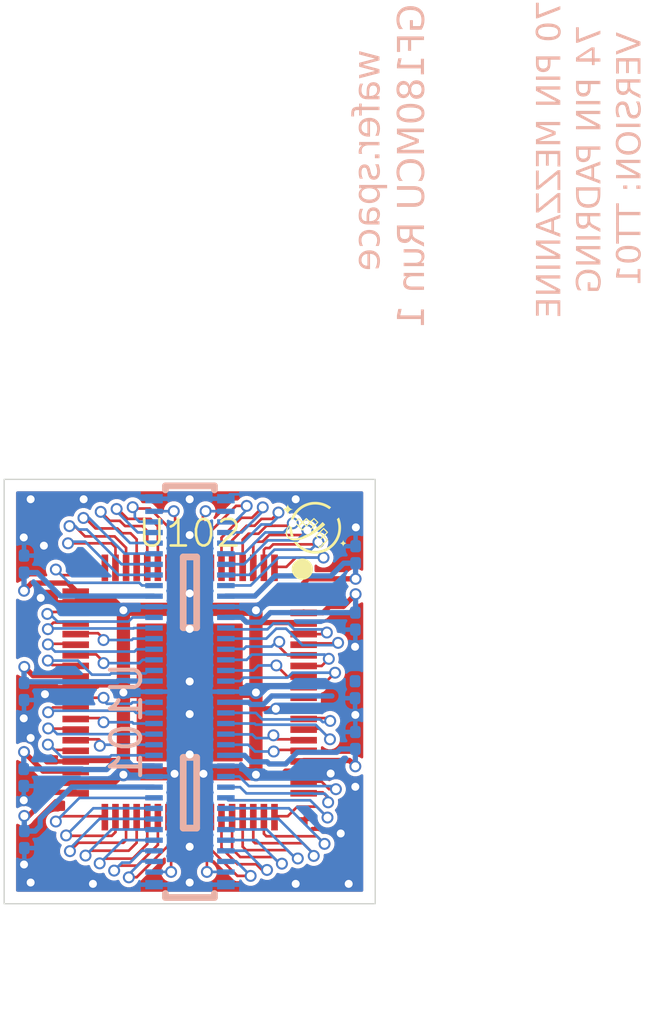
<source format=kicad_pcb>
(kicad_pcb (version 20241229) (generator "pcbnew") (generator_version "9.0")
  (layers (0 "F.Cu" signal) (4 "In1.Cu" signal) (6 "In2.Cu" signal) (2 "B.Cu" signal) (13 "F.Paste" user) (15 "B.Paste" user) (5 "F.SilkS" user "F.Silkscreen") (7 "B.SilkS" user "B.Silkscreen") (1 "F.Mask" user) (3 "B.Mask" user) (25 "Edge.Cuts" user))
  (net 0 "")
  (net 1 "VDD_IO_1")
  (net 2 "PWR_AUX_0")
  (net 3 "GND")
  (net 4 "VDD_CORE_0")
  (net 5 "VDD_IO_3")
  (net 6 "PWR_AUX_1")
  (net 7 "/pad_42")
  (net 8 "/pad_16")
  (net 9 "/pad_49")
  (net 10 "VDD_IO_2")
  (net 11 "/pad_19")
  (net 12 "/pad_12")
  (net 13 "/pad_69")
  (net 14 "/pad_55")
  (net 15 "/pad_53")
  (net 16 "/pad_1")
  (net 17 "VDD_CORE_1")
  (net 18 "/pad_59")
  (net 19 "/pad_5")
  (net 20 "/pad_10")
  (net 21 "/pad_46")
  (net 22 "/pad_13")
  (net 23 "/pad_41")
  (net 24 "/pad_6")
  (net 25 "VDD_IO_0")
  (net 26 "/pad_47")
  (net 27 "/pad_22")
  (net 28 "/pad_32")
  (net 29 "/pad_40")
  (net 30 "/pad_61")
  (net 31 "/pad_54")
  (net 32 "/pad_50")
  (net 33 "/pad_7")
  (net 34 "/pad_48")
  (net 35 "/pad_68")
  (net 36 "/pad_11")
  (net 37 "/pad_15")
  (net 38 "/pad_23")
  (net 39 "/pad_31")
  (net 40 "/pad_4")
  (net 41 "/pad_43")
  (net 42 "/pad_2")
  (net 43 "/pad_51")
  (net 44 "/pad_58")
  (net 45 "/pad_39")
  (net 46 "/pad_37")
  (net 47 "/pad_14")
  (net 48 "/pad_30")
  (net 49 "/pad_24")
  (net 50 "/pad_27")
  (net 51 "/pad_29")
  (net 52 "/pad_28")
  (net 53 "/pad_21")
  (net 54 "/pad_66")
  (net 55 "/pad_67")
  (net 56 "/pad_60")
  (net 57 "/pad_20")
  (net 58 "/pad_52")
  (net 59 "/pad_65")
  (net 60 "/pad_0")
  (net 61 "/pad_3")
  (net 62 "/pad_64")
  (net 63 "/pad_38")
  (net 64 "/pad_44")
  (net 65 "/pad_9")
  (footprint "WaferSpace:waferspace_default_padring_v0.2" (layer "F.Cu") (at 168.82 85.19)
    (property "Reference" "U102")
    (property "Value" "~")
  )
  (footprint "Symbol:waferspace_pin1_silk" (layer "F.Cu") (at 173.61 78.845)
    (property "Reference" "G***" (hide yes))
    (property "Value" "LOGO" (hide yes))
  )
  (footprint "Capacitor_SMD:C_0201_0603Metric" (layer "B.Cu") (at 175.06 85.085 -90)
    (property "Reference" "C106" (hide yes))
    (property "Value" "C_Small" (hide yes))
  )
  (footprint "Capacitor_SMD:C_0201_0603Metric" (layer "B.Cu") (at 175.07 87 90)
    (property "Reference" "C108" (hide yes))
    (property "Value" "C_Small" (hide yes))
  )
  (footprint "Capacitor_SMD:C_0201_0603Metric" (layer "B.Cu") (at 175.07 82.5 -90)
    (property "Reference" "C104" (hide yes))
    (property "Value" "C_Small" (hide yes))
  )
  (footprint "Capacitor_SMD:C_0201_0603Metric" (layer "B.Cu") (at 162.58 90.735 -90)
    (property "Reference" "C101" (hide yes))
    (property "Value" "C_Small")
  )
  (footprint "Capacitor_SMD:C_0201_0603Metric" (layer "B.Cu") (at 175.08 79.995 90)
    (property "Reference" "C102" (hide yes))
    (property "Value" "C_Small" (hide yes))
  )
  (footprint "Capacitor_SMD:C_0201_0603Metric" (layer "B.Cu") (at 162.57 80.35 90)
    (property "Reference" "C107" (hide yes))
    (property "Value" "C_Small" (hide yes))
  )
  (footprint "Capacitor_SMD:C_0201_0603Metric" (layer "B.Cu") (at 162.57 85.155 -90)
    (property "Reference" "C105" (hide yes))
    (property "Value" "C_Small" (hide yes))
  )
  (footprint "Capacitor_SMD:C_0201_0603Metric" (layer "B.Cu") (at 162.56 88.395 -90)
    (property "Reference" "C103" (hide yes))
    (property "Value" "C_Small" (hide yes))
  )
  (footprint "Connector_Mezzanine:CONN-SMD_70P-P0.40_HCTL_HC-PBB40C-70DP-0.4V-02" (layer "B.Cu") (at 168.83 85.16 -90)
    (property "Reference" "U101")
    (property "Value" "~" (hide yes))
  )
  (gr_rect (start 161.82 77.155) (end 175.82 93.155) (stroke (width 0.05)) (fill no) (layer "Edge.Cuts"))
  (gr_text "wafer.space \nGF180MCU Run 1" (at 177.83 65.35 90) (layer "B.SilkS") (effects (font (size 1 1)) (justify bottom mirror)))
  (gr_text "70 PIN MEZZANINE\n74 PIN PADRING\nVERSION: TT01" (at 185.98 65.08 90) (layer "B.SilkS") (effects (font (size 0.9 0.9)) (justify bottom mirror)))
  (segment (start 162.58 89.845) (end 162.74 89.845) (width 0.2) (layer "F.Cu") (net 1))
  (segment (start 162.74 89.845) (end 163.63 88.955) (width 0.2) (layer "F.Cu") (net 1))
  (segment (start 163.63 88.955) (end 164.52 88.955) (width 0.2) (layer "F.Cu") (net 1))
  (via (at 162.58 89.845) (size 0.45) (drill 0.3) (layers "F.Cu" "B.Cu") (net 1))
  (segment (start 163.18 89.945) (end 164.37 88.755) (width 0.2) (layer "B.Cu") (net 1))
  (segment (start 162.58 90.415) (end 162.99 90.415) (width 0.2) (layer "B.Cu") (net 1))
  (segment (start 163.18 90.225) (end 163.18 89.945) (width 0.2) (layer "B.Cu") (net 1))
  (segment (start 164.37 88.755) (end 167.465 88.755) (width 0.2) (layer "B.Cu") (net 1))
  (segment (start 162.58 90.415) (end 162.58 89.845) (width 0.2) (layer "B.Cu") (net 1))
  (segment (start 162.99 90.415) (end 163.18 90.225) (width 0.2) (layer "B.Cu") (net 1))
  (segment (start 162.58 84.225) (end 162.91 84.555) (width 0.2) (layer "F.Cu") (net 2))
  (segment (start 162.91 84.555) (end 164.52 84.555) (width 0.2) (layer "F.Cu") (net 2))
  (via (at 162.58 84.225) (size 0.45) (drill 0.3) (layers "F.Cu" "B.Cu") (net 2))
  (segment (start 166.133189 84.739) (end 166.087189 84.785) (width 0.2) (layer "B.Cu") (net 2))
  (segment (start 166.527811 84.76) (end 166.50681 84.739) (width 0.2) (layer "B.Cu") (net 2))
  (segment (start 167.475 84.76) (end 166.527811 84.76) (width 0.2) (layer "B.Cu") (net 2))
  (segment (start 162.57 84.835) (end 162.57 84.235) (width 0.2) (layer "B.Cu") (net 2))
  (segment (start 162.57 84.235) (end 162.58 84.225) (width 0.2) (layer "B.Cu") (net 2))
  (segment (start 166.087189 84.785) (end 162.62 84.785) (width 0.2) (layer "B.Cu") (net 2))
  (segment (start 162.62 84.785) (end 162.57 84.835) (width 0.2) (layer "B.Cu") (net 2))
  (segment (start 166.50681 84.739) (end 166.133189 84.739) (width 0.2) (layer "B.Cu") (net 2))
  (segment (start 171.32 85.705) (end 171.32 85.155) (width 0.5) (layer "F.Cu") (net 3))
  (segment (start 164.52 81.755) (end 166.02 81.755) (width 0.2) (layer "F.Cu") (net 3))
  (segment (start 168.82 82.105) (end 168.77 82.055) (width 0.5) (layer "F.Cu") (net 3))
  (segment (start 164.52 87.755) (end 166.32 87.755) (width 0.2) (layer "F.Cu") (net 3))
  (segment (start 166.32 87.755) (end 166.32 88.255) (width 0.5) (layer "F.Cu") (net 3))
  (segment (start 171.441 88.376) (end 171.32 88.255) (width 0.2) (layer "F.Cu") (net 3))
  (segment (start 166.02 88.555) (end 166.32 88.255) (width 0.2) (layer "F.Cu") (net 3))
  (segment (start 168.82 89.855) (end 168.82 88.255) (width 0.2) (layer "F.Cu") (net 3))
  (segment (start 172.17 85.805) (end 172.22 85.755) (width 0.2) (layer "F.Cu") (net 3))
  (segment (start 171.42 85.805) (end 171.32 85.705) (width 0.2) (layer "F.Cu") (net 3))
  (segment (start 168.82 86.005) (end 168.82 84.775) (width 0.5) (layer "F.Cu") (net 3))
  (segment (start 172.22 85.755) (end 173.12 85.755) (width 0.2) (layer "F.Cu") (net 3))
  (segment (start 168.82 80.455) (end 168.82 81.455) (width 0.2) (layer "F.Cu") (net 3))
  (segment (start 168.82 82.795) (end 168.82 82.105) (width 0.5) (layer "F.Cu") (net 3))
  (segment (start 172.07 85.805) (end 172.17 85.805) (width 0.2) (layer "F.Cu") (net 3))
  (segment (start 168.82 87.525) (end 168.82 86.005) (width 0.5) (layer "F.Cu") (net 3))
  (segment (start 166.32 82.055) (end 168.77 82.055) (width 0.5) (layer "F.Cu") (net 3))
  (segment (start 166.07 84.905) (end 166.32 85.155) (width 0.2) (layer "F.Cu") (net 3))
  (segment (start 168.82 84.775) (end 168.82 82.795) (width 0.5) (layer "F.Cu") (net 3))
  (segment (start 171.32 88.255) (end 171.32 85.705) (width 0.5) (layer "F.Cu") (net 3))
  (segment (start 172.07 85.805) (end 171.42 85.805) (width 0.2) (layer "F.Cu") (net 3))
  (segment (start 168.82 82.005) (end 168.77 82.055) (width 0.2) (layer "F.Cu") (net 3))
  (segment (start 166.32 88.255) (end 168.25 88.255) (width 0.5) (layer "F.Cu") (net 3))
  (segment (start 171.32 85.155) (end 171.32 82.555) (width 0.5) (layer "F.Cu") (net 3))
  (segment (start 164.52 88.555) (end 166.02 88.555) (width 0.2) (layer "F.Cu") (net 3))
  (segment (start 166.32 85.155) (end 171.32 85.155) (width 0.5) (layer "F.Cu") (net 3))
  (segment (start 172.442308 88.155) (end 172.221308 88.376) (width 0.2) (layer "F.Cu") (net 3))
  (segment (start 173.12 88.155) (end 172.442308 88.155) (width 0.2) (layer "F.Cu") (net 3))
  (segment (start 165.317692 84.955) (end 165.367692 84.905) (width 0.2) (layer "F.Cu") (net 3))
  (segment (start 168.77 82.055) (end 171.32 82.055) (width 0.5) (layer "F.Cu") (net 3))
  (segment (start 166.02 81.755) (end 166.32 82.055) (width 0.2) (layer "F.Cu") (net 3))
  (segment (start 168.82 88.255) (end 168.82 87.525) (width 0.5) (layer "F.Cu") (net 3))
  (segment (start 169.34 88.255) (end 171.32 88.255) (width 0.5) (layer "F.Cu") (net 3))
  (segment (start 165.367692 84.905) (end 166.07 84.905) (width 0.2) (layer "F.Cu") (net 3))
  (segment (start 172.221308 88.376) (end 171.441 88.376) (width 0.2) (layer "F.Cu") (net 3))
  (segment (start 173.12 81.755) (end 171.62 81.755) (width 0.2) (layer "F.Cu") (net 3))
  (segment (start 166.32 82.055) (end 166.32 85.155) (width 0.5) (layer "F.Cu") (net 3))
  (segment (start 171.32 82.555) (end 171.32 82.055) (width 0.5) (layer "F.Cu") (net 3))
  (segment (start 173.12 82.555) (end 171.32 82.555) (width 0.2) (layer "F.Cu") (net 3))
  (segment (start 164.52 84.955) (end 165.317692 84.955) (width 0.2) (layer "F.Cu") (net 3))
  (segment (start 166.32 85.155) (end 166.32 87.755) (width 0.5) (layer "F.Cu") (net 3))
  (segment (start 168.82 88.255) (end 169.34 88.255) (width 0.5) (layer "F.Cu") (net 3))
  (segment (start 168.82 81.455) (end 168.82 82.005) (width 0.2) (layer "F.Cu") (net 3))
  (segment (start 168.25 88.255) (end 168.82 88.255) (width 0.5) (layer "F.Cu") (net 3))
  (segment (start 171.62 81.755) (end 171.32 82.055) (width 0.2) (layer "F.Cu") (net 3))
  (via (at 174.52 90.505) (size 0.45) (drill 0.3) (layers "F.Cu" "B.Cu") (net 3))
  (via (at 175.07 88.745) (size 0.45) (drill 0.3) (layers "F.Cu" "B.Cu") (net 3))
  (via (at 163.36 85.255) (size 0.45) (drill 0.3) (layers "F.Cu" "B.Cu") (net 3))
  (via (at 168.82 92.355) (size 0.45) (drill 0.3) (layers "F.Cu" "B.Cu") (net 3))
  (via (at 169.34 88.255) (size 0.45) (drill 0.3) (layers "F.Cu" "B.Cu") (net 3))
  (via (at 174.14 88.245) (size 0.45) (drill 0.3) (layers "F.Cu" "B.Cu") (net 3))
  (via (at 162.56 86.165) (size 0.45) (drill 0.3) (layers "F.Cu" "B.Cu") (net 3))
  (via (at 168.82 91.005) (size 0.45) (drill 0.3) (layers "F.Cu" "B.Cu") (net 3))
  (via (at 168.82 84.775) (size 0.45) (drill 0.3) (layers "F.Cu" "B.Cu") (net 3))
  (via (at 168.82 82.795) (size 0.45) (drill 0.3) (layers "F.Cu" "B.Cu") (net 3))
  (via (at 163.2 81.625) (size 0.45) (drill 0.3) (layers "F.Cu" "B.Cu") (net 3))
  (via (at 172.82 77.905) (size 0.45) (drill 0.3) (layers "F.Cu" "B.Cu") (net 3))
  (via (at 162.57 91.675) (size 0.45) (drill 0.3) (layers "F.Cu" "B.Cu") (net 3))
  (via (at 162.82 86.905) (size 0.45) (drill 0.3) (layers "F.Cu" "B.Cu") (net 3))
  (via (at 168.82 77.905) (size 0.45) (drill 0.3) (layers "F.Cu" "B.Cu") (net 3))
  (via (at 172.07 85.805) (size 0.45) (drill 0.3) (layers "F.Cu" "B.Cu") (net 3))
  (via (at 164.82 77.905) (size 0.45) (drill 0.3) (layers "F.Cu" "B.Cu") (net 3))
  (via (at 175.09 78.965) (size 0.45) (drill 0.3) (layers "F.Cu" "B.Cu") (net 3))
  (via (at 174.82 92.405) (size 0.45) (drill 0.3) (layers "F.Cu" "B.Cu") (net 3))
  (via (at 168.82 86.005) (size 0.45) (drill 0.3) (layers "F.Cu" "B.Cu") (net 3))
  (via (at 165.17 92.405) (size 0.45) (drill 0.3) (layers "F.Cu" "B.Cu") (net 3))
  (via (at 162.82 77.905) (size 0.45) (drill 0.3) (layers "F.Cu" "B.Cu") (net 3))
  (via (at 163.32 79.655) (size 0.45) (drill 0.3) (layers "F.Cu" "B.Cu") (net 3))
  (via (at 162.56 79.345) (size 0.45) (drill 0.3) (layers "F.Cu" "B.Cu") (net 3))
  (via (at 168.82 87.525) (size 0.45) (drill 0.3) (layers "F.Cu" "B.Cu") (net 3))
  (via (at 162.56 89.255) (size 0.45) (drill 0.3) (layers "F.Cu" "B.Cu") (net 3))
  (via (at 168.25 88.255) (size 0.45) (drill 0.3) (layers "F.Cu" "B.Cu") (net 3))
  (via (at 168.82 81.455) (size 0.45) (drill 0.3) (layers "F.Cu" "B.Cu") (net 3))
  (via (at 175.07 86.035) (size 0.45) (drill 0.3) (layers "F.Cu" "B.Cu") (net 3))
  (via (at 172.82 92.405) (size 0.45) (drill 0.3) (layers "F.Cu" "B.Cu") (net 3))
  (via (at 162.82 92.355) (size 0.45) (drill 0.3) (layers "F.Cu" "B.Cu") (net 3))
  (via (at 168.82 79.255) (size 0.45) (drill 0.3) (layers "F.Cu" "B.Cu") (net 3))
  (via (at 175.06 83.465) (size 0.45) (drill 0.3) (layers "F.Cu" "B.Cu") (net 3))
  (segment (start 170.175 77.88) (end 170.336 77.719) (width 0.1) (layer "B.Cu") (net 3))
  (segment (start 170.336 77.719) (end 172.634 77.719) (width 0.1) (layer "B.Cu") (net 3))
  (segment (start 167.465 77.88) (end 167.354 77.769) (width 0.1) (layer "B.Cu") (net 3))
  (segment (start 172.634 77.719) (end 172.82 77.905) (width 0.1) (layer "B.Cu") (net 3))
  (segment (start 165.156 77.769) (end 164.97 77.955) (width 0.1) (layer "B.Cu") (net 3))
  (segment (start 167.354 77.769) (end 165.156 77.769) (width 0.1) (layer "B.Cu") (net 3))
  (segment (start 163.29 88.155) (end 164.52 88.155) (width 0.2) (layer "F.Cu") (net 4))
  (segment (start 162.57 87.435) (end 163.29 88.155) (width 0.2) (layer "F.Cu") (net 4))
  (via (at 162.57 87.435) (size 0.45) (drill 0.3) (layers "F.Cu" "B.Cu") (net 4))
  (segment (start 162.56 87.445) (end 162.57 87.435) (width 0.2) (layer "B.Cu") (net 4))
  (segment (start 165.969968 87.81) (end 165.684968 88.095) (width 0.2) (layer "B.Cu") (net 4))
  (segment (start 164.76 88.075) (end 162.56 88.075) (width 0.2) (layer "B.Cu") (net 4))
  (segment (start 166.657811 87.955) (end 166.512811 87.81) (width 0.2) (layer "B.Cu") (net 4))
  (segment (start 166.512811 87.81) (end 165.969968 87.81) (width 0.2) (layer "B.Cu") (net 4))
  (segment (start 164.78 88.095) (end 164.76 88.075) (width 0.2) (layer "B.Cu") (net 4))
  (segment (start 162.56 88.075) (end 162.56 87.445) (width 0.2) (layer "B.Cu") (net 4))
  (segment (start 165.684968 88.095) (end 164.78 88.095) (width 0.2) (layer "B.Cu") (net 4))
  (segment (start 167.465 87.955) (end 166.657811 87.955) (width 0.2) (layer "B.Cu") (net 4))
  (segment (start 173.28 80.905) (end 173.12 81.065) (width 0.2) (layer "F.Cu") (net 5))
  (segment (start 175.08 80.905) (end 173.28 80.905) (width 0.2) (layer "F.Cu") (net 5))
  (segment (start 173.12 81.065) (end 173.12 81.355) (width 0.2) (layer "F.Cu") (net 5))
  (via (at 175.08 80.905) (size 0.45) (drill 0.3) (layers "F.Cu" "B.Cu") (net 5))
  (segment (start 170.175 81.555) (end 171.28 81.555) (width 0.2) (layer "B.Cu") (net 5))
  (segment (start 175.08 80.315) (end 175.08 80.905) (width 0.2) (layer "B.Cu") (net 5))
  (segment (start 172.04 80.795) (end 174.15 80.795) (width 0.2) (layer "B.Cu") (net 5))
  (segment (start 174.63 80.315) (end 175.08 80.315) (width 0.2) (layer "B.Cu") (net 5))
  (segment (start 174.15 80.795) (end 174.63 80.315) (width 0.2) (layer "B.Cu") (net 5))
  (segment (start 171.28 81.555) (end 172.04 80.795) (width 0.2) (layer "B.Cu") (net 5))
  (segment (start 171.13319 85.641) (end 171.596189 85.641) (width 0.2) (layer "B.Cu") (net 6))
  (segment (start 171.596189 85.641) (end 171.916189 85.321) (width 0.2) (layer "B.Cu") (net 6))
  (segment (start 170.185 85.56) (end 171.05219 85.56) (width 0.2) (layer "B.Cu") (net 6))
  (segment (start 171.05219 85.56) (end 171.13319 85.641) (width 0.2) (layer "B.Cu") (net 6))
  (segment (start 171.916189 85.321) (end 174.184 85.321) (width 0.2) (layer "B.Cu") (net 6))
  (segment (start 166.156 91.719) (end 165.97 91.905) (width 0.1) (layer "F.Cu") (net 7))
  (segment (start 167.62 90.933) (end 166.834 91.719) (width 0.1) (layer "F.Cu") (net 7))
  (segment (start 166.834 91.719) (end 166.156 91.719) (width 0.1) (layer "F.Cu") (net 7))
  (segment (start 167.62 89.855) (end 167.62 90.933) (width 0.1) (layer "F.Cu") (net 7))
  (via (at 165.97 91.905) (size 0.45) (drill 0.3) (layers "F.Cu" "B.Cu") (net 7))
  (segment (start 166.57 91.605) (end 167.02 91.155) (width 0.1) (layer "B.Cu") (net 7))
  (segment (start 166.27 91.605) (end 166.57 91.605) (width 0.1) (layer "B.Cu") (net 7))
  (segment (start 165.97 91.905) (end 166.27 91.605) (width 0.1) (layer "B.Cu") (net 7))
  (segment (start 167.02 91.155) (end 167.465 91.155) (width 0.1) (layer "B.Cu") (net 7))
  (segment (start 165.309 80.766) (end 163.981 80.766) (width 0.1) (layer "F.Cu") (net 8))
  (segment (start 165.62 80.455) (end 165.309 80.766) (width 0.1) (layer "F.Cu") (net 8))
  (segment (start 163.981 80.766) (end 163.77 80.555) (width 0.1) (layer "F.Cu") (net 8))
  (via (at 163.77 80.555) (size 0.45) (drill 0.3) (layers "F.Cu" "B.Cu") (net 8))
  (segment (start 164.27 81.055) (end 166.92 81.055) (width 0.1) (layer "B.Cu") (net 8))
  (segment (start 163.77 80.555) (end 164.27 81.055) (width 0.1) (layer "B.Cu") (net 8))
  (segment (start 167.02 81.155) (end 167.465 81.155) (width 0.1) (layer "B.Cu") (net 8))
  (segment (start 166.92 81.055) (end 167.02 81.155) (width 0.1) (layer "B.Cu") (net 8))
  (segment (start 170.42 91.08589) (end 170.42 89.855) (width 0.1) (layer "F.Cu") (net 9))
  (segment (start 172.3 91.645) (end 172.220125 91.645) (width 0.1) (layer "F.Cu") (net 9))
  (segment (start 172.220125 91.645) (end 171.969125 91.394) (width 0.1) (layer "F.Cu") (net 9))
  (segment (start 170.72811 91.394) (end 170.42 91.08589) (width 0.1) (layer "F.Cu") (net 9))
  (segment (start 171.969125 91.394) (end 170.72811 91.394) (width 0.1) (layer "F.Cu") (net 9))
  (via (at 172.3 91.645) (size 0.45) (drill 0.3) (layers "F.Cu" "B.Cu") (net 9))
  (segment (start 172.220125 91.645) (end 171.330125 90.755) (width 0.1) (layer "B.Cu") (net 9))
  (segment (start 172.3 91.645) (end 172.220125 91.645) (width 0.1) (layer "B.Cu") (net 9))
  (segment (start 171.330125 90.755) (end 170.175 90.755) (width 0.1) (layer "B.Cu") (net 9))
  (segment (start 174.85 87.755) (end 173.12 87.755) (width 0.2) (layer "F.Cu") (net 10))
  (segment (start 175.07 87.975) (end 174.85 87.755) (width 0.2) (layer "F.Cu") (net 10))
  (via (at 175.07 87.975) (size 0.45) (drill 0.3) (layers "F.Cu" "B.Cu") (net 10))
  (segment (start 175.07 87.32) (end 175.07 87.975) (width 0.2) (layer "B.Cu") (net 10))
  (segment (start 172.44 87.885) (end 172.88 87.445) (width 0.2) (layer "B.Cu") (net 10))
  (segment (start 171.741189 87.804) (end 171.822189 87.885) (width 0.2) (layer "B.Cu") (net 10))
  (segment (start 171.822189 87.885) (end 172.44 87.885) (width 0.2) (layer "B.Cu") (net 10))
  (segment (start 170.185 87.56) (end 170.889189 87.56) (width 0.2) (layer "B.Cu") (net 10))
  (segment (start 174.495 87.32) (end 175.07 87.32) (width 0.2) (layer "B.Cu") (net 10))
  (segment (start 174.37 87.445) (end 174.495 87.32) (width 0.2) (layer "B.Cu") (net 10))
  (segment (start 172.88 87.445) (end 174.37 87.445) (width 0.2) (layer "B.Cu") (net 10))
  (segment (start 171.133189 87.804) (end 171.741189 87.804) (width 0.2) (layer "B.Cu") (net 10))
  (segment (start 170.889189 87.56) (end 171.133189 87.804) (width 0.2) (layer "B.Cu") (net 10))
  (segment (start 163.449126 82.227136) (end 163.521262 82.155) (width 0.1) (layer "F.Cu") (net 11))
  (segment (start 163.521262 82.155) (end 164.52 82.155) (width 0.1) (layer "F.Cu") (net 11))
  (segment (start 163.449126 82.227431) (end 163.449126 82.227136) (width 0.1) (layer "F.Cu") (net 11))
  (via (at 163.449126 82.227431) (size 0.45) (drill 0.3) (layers "F.Cu" "B.Cu") (net 11))
  (segment (start 163.484228 82.192329) (end 163.507329 82.192329) (width 0.1) (layer "B.Cu") (net 11))
  (segment (start 163.507329 82.192329) (end 163.831 82.516) (width 0.1) (layer "B.Cu") (net 11))
  (segment (start 166.665 82.36) (end 167.475 82.36) (width 0.1) (layer "B.Cu") (net 11))
  (segment (start 163.449126 82.227431) (end 163.484228 82.192329) (width 0.1) (layer "B.Cu") (net 11))
  (segment (start 166.509 82.516) (end 166.665 82.36) (width 0.1) (layer "B.Cu") (net 11))
  (segment (start 163.831 82.516) (end 166.509 82.516) (width 0.1) (layer "B.Cu") (net 11))
  (segment (start 167.031 78.916) (end 167.22 79.105) (width 0.1) (layer "F.Cu") (net 12))
  (segment (start 165.463259 78.379784) (end 165.464784 78.379784) (width 0.1) (layer "F.Cu") (net 12))
  (segment (start 167.22 79.105) (end 167.22 80.455) (width 0.1) (layer "F.Cu") (net 12))
  (segment (start 166.184129 78.718239) (end 166.219 78.75311) (width 0.1) (layer "F.Cu") (net 12))
  (segment (start 165.803239 78.718239) (end 166.184129 78.718239) (width 0.1) (layer "F.Cu") (net 12))
  (segment (start 165.464784 78.379784) (end 165.803239 78.718239) (width 0.1) (layer "F.Cu") (net 12))
  (segment (start 166.37189 78.906) (end 166.381 78.906) (width 0.1) (layer "F.Cu") (net 12))
  (segment (start 166.391 78.916) (end 167.031 78.916) (width 0.1) (layer "F.Cu") (net 12))
  (segment (start 166.219 78.75311) (end 166.37189 78.906) (width 0.1) (layer "F.Cu") (net 12))
  (segment (start 166.381 78.906) (end 166.391 78.916) (width 0.1) (layer "F.Cu") (net 12))
  (via (at 165.463259 78.379784) (size 0.45) (drill 0.3) (layers "F.Cu" "B.Cu") (net 12))
  (segment (start 166.57 79.555) (end 167.465 79.555) (width 0.1) (layer "B.Cu") (net 12))
  (segment (start 165.463259 78.379784) (end 165.463259 78.448259) (width 0.1) (layer "B.Cu") (net 12))
  (segment (start 165.463259 78.448259) (end 166.57 79.555) (width 0.1) (layer "B.Cu") (net 12))
  (segment (start 173.93473 82.99) (end 173.995192 82.929538) (width 0.1) (layer "F.Cu") (net 13))
  (segment (start 173.12 82.99) (end 173.93473 82.99) (width 0.1) (layer "F.Cu") (net 13))
  (via (at 173.995192 82.929538) (size 0.45) (drill 0.3) (layers "F.Cu" "B.Cu") (net 13))
  (segment (start 172.764594 82.81) (end 173.875654 82.81) (width 0.1) (layer "B.Cu") (net 13))
  (segment (start 171.755406 82.81) (end 171.980405 82.585) (width 0.1) (layer "B.Cu") (net 13))
  (segment (start 172.539595 82.585) (end 172.764594 82.81) (width 0.1) (layer "B.Cu") (net 13))
  (segment (start 170.235 82.81) (end 171.755406 82.81) (width 0.1) (layer "B.Cu") (net 13))
  (segment (start 170.185 82.76) (end 170.235 82.81) (width 0.1) (layer "B.Cu") (net 13))
  (segment (start 173.875654 82.81) (end 173.995192 82.929538) (width 0.1) (layer "B.Cu") (net 13))
  (segment (start 171.980405 82.585) (end 172.539595 82.585) (width 0.1) (layer "B.Cu") (net 13))
  (segment (start 174.33734 88.835704) (end 174.080704 88.835704) (width 0.1) (layer "F.Cu") (net 14))
  (segment (start 173.8 88.555) (end 173.12 88.555) (width 0.1) (layer "F.Cu") (net 14))
  (segment (start 174.080704 88.835704) (end 173.8 88.555) (width 0.1) (layer "F.Cu") (net 14))
  (via (at 174.33734 88.835704) (size 0.45) (drill 0.3) (layers "F.Cu" "B.Cu") (net 14))
  (segment (start 174.156 88.719) (end 171.05311 88.719) (width 0.1) (layer "B.Cu") (net 14))
  (segment (start 170.69411 88.36) (end 170.185 88.36) (width 0.1) (layer "B.Cu") (net 14))
  (segment (start 174.33734 88.835704) (end 174.272704 88.835704) (width 0.1) (layer "B.Cu") (net 14))
  (segment (start 171.05311 88.719) (end 170.69411 88.36) (width 0.1) (layer "B.Cu") (net 14))
  (segment (start 174.272704 88.835704) (end 174.156 88.719) (width 0.1) (layer "B.Cu") (net 14))
  (segment (start 172.02 89.855) (end 172.52 89.855) (width 0.1) (layer "F.Cu") (net 15))
  (segment (start 172.52 89.855) (end 172.881 89.494) (width 0.1) (layer "F.Cu") (net 15))
  (segment (start 173.609 89.494) (end 174.02 89.905) (width 0.1) (layer "F.Cu") (net 15))
  (segment (start 172.881 89.494) (end 173.609 89.494) (width 0.1) (layer "F.Cu") (net 15))
  (via (at 174.02 89.905) (size 0.45) (drill 0.3) (layers "F.Cu" "B.Cu") (net 15))
  (segment (start 174.02 89.905) (end 173.37 89.255) (width 0.1) (layer "B.Cu") (net 15))
  (segment (start 173.37 89.255) (end 170.28 89.255) (width 0.1) (layer "B.Cu") (net 15))
  (segment (start 170.28 89.255) (end 170.185 89.16) (width 0.1) (layer "B.Cu") (net 15))
  (segment (start 171.62 80.455) (end 171.62 79.808) (width 0.1) (layer "F.Cu") (net 16))
  (segment (start 171.684 79.744) (end 171.831 79.744) (width 0.1) (layer "F.Cu") (net 16))
  (segment (start 171.97 79.605) (end 173.591419 79.605) (width 0.1) (layer "F.Cu") (net 16))
  (segment (start 173.591419 79.605) (end 173.677103 79.519316) (width 0.1) (layer "F.Cu") (net 16))
  (segment (start 171.831 79.744) (end 171.97 79.605) (width 0.1) (layer "F.Cu") (net 16))
  (segment (start 171.62 79.808) (end 171.684 79.744) (width 0.1) (layer "F.Cu") (net 16))
  (via (at 173.677103 79.519316) (size 0.45) (drill 0.3) (layers "F.Cu" "B.Cu") (net 16))
  (segment (start 173.677103 79.519316) (end 173.391419 79.805) (width 0.1) (layer "B.Cu") (net 16))
  (segment (start 172.02 79.805) (end 171.07 80.755) (width 0.1) (layer "B.Cu") (net 16))
  (segment (start 173.391419 79.805) (end 172.02 79.805) (width 0.1) (layer "B.Cu") (net 16))
  (segment (start 171.07 80.755) (end 170.175 80.755) (width 0.1) (layer "B.Cu") (net 16))
  (segment (start 173.85 82.185) (end 174.09 81.945) (width 0.2) (layer "F.Cu") (net 17))
  (segment (start 174.62 81.945) (end 175.08 81.485) (width 0.2) (layer "F.Cu") (net 17))
  (segment (start 173.12 82.155) (end 173.15 82.185) (width 0.2) (layer "F.Cu") (net 17))
  (segment (start 173.15 82.185) (end 173.85 82.185) (width 0.2) (layer "F.Cu") (net 17))
  (segment (start 174.09 81.945) (end 174.62 81.945) (width 0.2) (layer "F.Cu") (net 17))
  (via (at 175.08 81.485) (size 0.45) (drill 0.3) (layers "F.Cu" "B.Cu") (net 17))
  (segment (start 175.07 82.18) (end 171.86781 82.18) (width 0.2) (layer "B.Cu") (net 17))
  (segment (start 170.961 82.541) (end 170.775 82.355) (width 0.2) (layer "B.Cu") (net 17))
  (segment (start 170.775 82.355) (end 170.175 82.355) (width 0.2) (layer "B.Cu") (net 17))
  (segment (start 171.50681 82.541) (end 170.961 82.541) (width 0.2) (layer "B.Cu") (net 17))
  (segment (start 175.08 82.17) (end 175.07 82.18) (width 0.2) (layer "B.Cu") (net 17))
  (segment (start 171.86781 82.18) (end 171.50681 82.541) (width 0.2) (layer "B.Cu") (net 17))
  (segment (start 175.08 81.485) (end 175.08 82.17) (width 0.2) (layer "B.Cu") (net 17))
  (segment (start 172.105 86.955) (end 173.12 86.955) (width 0.1) (layer "F.Cu") (net 18))
  (segment (start 171.98 86.83) (end 172.105 86.955) (width 0.1) (layer "F.Cu") (net 18))
  (segment (start 171.98 86.805) (end 171.98 86.83) (width 0.1) (layer "F.Cu") (net 18))
  (via (at 171.98 86.805) (size 0.45) (drill 0.3) (layers "F.Cu" "B.Cu") (net 18))
  (segment (start 171.18 86.77) (end 170.195 86.77) (width 0.1) (layer "B.Cu") (net 18))
  (segment (start 171.98 86.805) (end 171.876 86.909) (width 0.1) (layer "B.Cu") (net 18))
  (segment (start 171.876 86.909) (end 171.319 86.909) (width 0.1) (layer "B.Cu") (net 18))
  (segment (start 171.319 86.909) (end 171.18 86.77) (width 0.1) (layer "B.Cu") (net 18))
  (segment (start 170.195 86.77) (end 170.185 86.76) (width 0.1) (layer "B.Cu") (net 18))
  (segment (start 170.77 78.605) (end 170.02 79.355) (width 0.1) (layer "F.Cu") (net 19))
  (segment (start 171.577497 78.210227) (end 171.564773 78.210227) (width 0.1) (layer "F.Cu") (net 19))
  (segment (start 171.17 78.605) (end 170.77 78.605) (width 0.1) (layer "F.Cu") (net 19))
  (segment (start 171.564773 78.210227) (end 171.17 78.605) (width 0.1) (layer "F.Cu") (net 19))
  (segment (start 170.02 79.355) (end 170.02 80.455) (width 0.1) (layer "F.Cu") (net 19))
  (via (at 171.577497 78.210227) (size 0.45) (drill 0.3) (layers "F.Cu" "B.Cu") (net 19))
  (segment (start 170.778554 79.155) (end 170.175 79.155) (width 0.1) (layer "B.Cu") (net 19))
  (segment (start 171.577497 78.356057) (end 170.778554 79.155) (width 0.1) (layer "B.Cu") (net 19))
  (segment (start 171.577497 78.210227) (end 171.577497 78.356057) (width 0.1) (layer "B.Cu") (net 19))
  (segment (start 166.67 78.205) (end 166.72 78.255) (width 0.1) (layer "F.Cu") (net 20))
  (segment (start 168.02 78.955) (end 168.02 80.455) (width 0.1) (layer "F.Cu") (net 20))
  (segment (start 166.72 78.255) (end 167.32 78.255) (width 0.1) (layer "F.Cu") (net 20))
  (segment (start 167.32 78.255) (end 168.02 78.955) (width 0.1) (layer "F.Cu") (net 20))
  (via (at 166.67 78.205) (size 0.45) (drill 0.3) (layers "F.Cu" "B.Cu") (net 20))
  (segment (start 166.717775 78.205) (end 166.749998 78.237223) (width 0.1) (layer "B.Cu") (net 20))
  (segment (start 166.92 78.755) (end 167.465 78.755) (width 0.1) (layer "B.Cu") (net 20))
  (segment (start 166.749998 78.237223) (end 166.749998 78.584998) (width 0.1) (layer "B.Cu") (net 20))
  (segment (start 166.749998 78.584998) (end 166.92 78.755) (width 0.1) (layer "B.Cu") (net 20))
  (segment (start 166.67 78.205) (end 166.717775 78.205) (width 0.1) (layer "B.Cu") (net 20))
  (segment (start 169.359 90.99689) (end 169.359 91.21311) (width 0.1) (layer "F.Cu") (net 21))
  (segment (start 169.22 89.855) (end 169.22 90.655) (width 0.1) (layer "F.Cu") (net 21))
  (segment (start 169.359 91.21311) (end 169.47 91.32411) (width 0.1) (layer "F.Cu") (net 21))
  (segment (start 169.47 91.32411) (end 169.47 91.955) (width 0.1) (layer "F.Cu") (net 21))
  (segment (start 169.359 90.794) (end 169.359 90.99689) (width 0.1) (layer "F.Cu") (net 21))
  (segment (start 169.22 90.655) (end 169.359 90.794) (width 0.1) (layer "F.Cu") (net 21))
  (via (at 169.47 91.955) (size 0.45) (drill 0.3) (layers "F.Cu" "B.Cu") (net 21))
  (segment (start 169.47 91.955) (end 170.175 91.955) (width 0.1) (layer "B.Cu") (net 21))
  (segment (start 166.09 79.005) (end 166.27 79.185) (width 0.1) (layer "F.Cu") (net 22))
  (segment (start 166.589 79.185) (end 166.82 79.416) (width 0.1) (layer "F.Cu") (net 22))
  (segment (start 166.27 79.185) (end 166.589 79.185) (width 0.1) (layer "F.Cu") (net 22))
  (segment (start 164.875227 78.610227) (end 165.27 79.005) (width 0.1) (layer "F.Cu") (net 22))
  (segment (start 164.812503 78.610227) (end 164.875227 78.610227) (width 0.1) (layer "F.Cu") (net 22))
  (segment (start 166.82 79.416) (end 166.82 80.455) (width 0.1) (layer "F.Cu") (net 22))
  (segment (start 165.27 79.005) (end 166.09 79.005) (width 0.1) (layer "F.Cu") (net 22))
  (via (at 164.812503 78.610227) (size 0.45) (drill 0.3) (layers "F.Cu" "B.Cu") (net 22))
  (segment (start 164.812503 78.610227) (end 165.025227 78.610227) (width 0.1) (layer "B.Cu") (net 22))
  (segment (start 165.025227 78.610227) (end 166.37 79.955) (width 0.1) (layer "B.Cu") (net 22))
  (segment (start 166.37 79.955) (end 167.465 79.955) (width 0.1) (layer "B.Cu") (net 22))
  (segment (start 165.601596 91.455) (end 165.424397 91.632199) (width 0.1) (layer "F.Cu") (net 23))
  (segment (start 167.22 89.855) (end 167.22 90.905) (width 0.1) (layer "F.Cu") (net 23))
  (segment (start 166.67 91.455) (end 165.601596 91.455) (width 0.1) (layer "F.Cu") (net 23))
  (segment (start 167.22 90.905) (end 166.67 91.455) (width 0.1) (layer "F.Cu") (net 23))
  (via (at 165.424397 91.632199) (size 0.45) (drill 0.3) (layers "F.Cu" "B.Cu") (net 23))
  (segment (start 166.301596 90.755) (end 167.465 90.755) (width 0.1) (layer "B.Cu") (net 23))
  (segment (start 165.424397 91.632199) (end 166.301596 90.755) (width 0.1) (layer "B.Cu") (net 23))
  (segment (start 170.97 78.155) (end 170.57 78.155) (width 0.1) (layer "F.Cu") (net 24))
  (segment (start 170.57 78.155) (end 169.62 79.105) (width 0.1) (layer "F.Cu") (net 24))
  (segment (start 169.62 79.105) (end 169.62 80.455) (width 0.1) (layer "F.Cu") (net 24))
  (via (at 170.97 78.155) (size 0.45) (drill 0.3) (layers "F.Cu" "B.Cu") (net 24))
  (segment (start 170.97 78.155) (end 170.97 78.305) (width 0.1) (layer "B.Cu") (net 24))
  (segment (start 170.52 78.755) (end 170.175 78.755) (width 0.1) (layer "B.Cu") (net 24))
  (segment (start 170.97 78.305) (end 170.52 78.755) (width 0.1) (layer "B.Cu") (net 24))
  (segment (start 164.23 81.065) (end 164.52 81.355) (width 0.2) (layer "F.Cu") (net 25))
  (segment (start 162.57 81.355) (end 162.86 81.065) (width 0.2) (layer "F.Cu") (net 25))
  (segment (start 162.86 81.065) (end 164.23 81.065) (width 0.2) (layer "F.Cu") (net 25))
  (via (at 162.57 81.355) (size 0.45) (drill 0.3) (layers "F.Cu" "B.Cu") (net 25))
  (segment (start 163.065 80.67) (end 162.57 80.67) (width 0.2) (layer "B.Cu") (net 25))
  (segment (start 162.57 80.67) (end 162.57 81.355) (width 0.2) (layer "B.Cu") (net 25))
  (segment (start 167.465 81.555) (end 163.95 81.555) (width 0.2) (layer "B.Cu") (net 25))
  (segment (start 163.95 81.555) (end 163.065 80.67) (width 0.2) (layer "B.Cu") (net 25))
  (segment (start 169.62 89.855) (end 169.62 91.105) (width 0.1) (layer "F.Cu") (net 26))
  (segment (start 170.62 92.105) (end 171.12 92.105) (width 0.1) (layer "F.Cu") (net 26))
  (segment (start 169.62 91.105) (end 170.62 92.105) (width 0.1) (layer "F.Cu") (net 26))
  (via (at 171.12 92.105) (size 0.45) (drill 0.3) (layers "F.Cu" "B.Cu") (net 26))
  (segment (start 171.12 92.105) (end 170.57 91.555) (width 0.1) (layer "B.Cu") (net 26))
  (segment (start 170.57 91.555) (end 170.175 91.555) (width 0.1) (layer "B.Cu") (net 26))
  (segment (start 163.470923 83.376267) (end 163.49219 83.355) (width 0.1) (layer "F.Cu") (net 27))
  (segment (start 163.470923 83.377068) (end 163.470923 83.376267) (width 0.1) (layer "F.Cu") (net 27))
  (segment (start 163.49219 83.355) (end 164.52 83.355) (width 0.1) (layer "F.Cu") (net 27))
  (via (at 163.470923 83.377068) (size 0.45) (drill 0.3) (layers "F.Cu" "B.Cu") (net 27))
  (segment (start 163.741044 83.648) (end 166.73922 83.648) (width 0.1) (layer "B.Cu") (net 27))
  (segment (start 163.470923 83.377879) (end 163.741044 83.648) (width 0.1) (layer "B.Cu") (net 27))
  (segment (start 166.73922 83.648) (end 166.82722 83.56) (width 0.1) (layer "B.Cu") (net 27))
  (segment (start 166.82722 83.56) (end 167.475 83.56) (width 0.1) (layer "B.Cu") (net 27))
  (segment (start 163.470923 83.377068) (end 163.470923 83.377879) (width 0.1) (layer "B.Cu") (net 27))
  (segment (start 163.47 87.155) (end 163.52 87.155) (width 0.1) (layer "F.Cu") (net 28))
  (segment (start 163.52 87.155) (end 163.72 87.355) (width 0.1) (layer "F.Cu") (net 28))
  (segment (start 163.72 87.355) (end 164.52 87.355) (width 0.1) (layer "F.Cu") (net 28))
  (via (at 163.47 87.155) (size 0.45) (drill 0.3) (layers "F.Cu" "B.Cu") (net 28))
  (segment (start 165.865 87.56) (end 167.475 87.56) (width 0.1) (layer "B.Cu") (net 28))
  (segment (start 165.806 87.619) (end 165.865 87.56) (width 0.1) (layer "B.Cu") (net 28))
  (segment (start 163.52 87.155) (end 163.984 87.619) (width 0.1) (layer "B.Cu") (net 28))
  (segment (start 163.47 87.155) (end 163.52 87.155) (width 0.1) (layer "B.Cu") (net 28))
  (segment (start 163.984 87.619) (end 165.806 87.619) (width 0.1) (layer "B.Cu") (net 28))
  (segment (start 166.82 89.855) (end 166.82 90.855) (width 0.1) (layer "F.Cu") (net 29))
  (segment (start 166.52 91.155) (end 165.073211 91.155) (width 0.1) (layer "F.Cu") (net 29))
  (segment (start 166.82 90.855) (end 166.52 91.155) (width 0.1) (layer "F.Cu") (net 29))
  (segment (start 165.073211 91.155) (end 164.889805 91.338406) (width 0.1) (layer "F.Cu") (net 29))
  (via (at 164.889805 91.338406) (size 0.45) (drill 0.3) (layers "F.Cu" "B.Cu") (net 29))
  (segment (start 164.889805 91.338406) (end 165.873211 90.355) (width 0.1) (layer "B.Cu") (net 29))
  (segment (start 165.873211 90.355) (end 167.465 90.355) (width 0.1) (layer "B.Cu") (net 29))
  (segment (start 174.121073 86.262214) (end 174.121073 86.250486) (width 0.1) (layer "F.Cu") (net 30))
  (segment (start 174.121073 86.250486) (end 174.025587 86.155) (width 0.1) (layer "F.Cu") (net 30))
  (segment (start 174.025587 86.155) (end 173.12 86.155) (width 0.1) (layer "F.Cu") (net 30))
  (via (at 174.121073 86.262214) (size 0.45) (drill 0.3) (layers "F.Cu" "B.Cu") (net 30))
  (segment (start 171.317843 85.96) (end 170.185 85.96) (width 0.1) (layer "B.Cu") (net 30))
  (segment (start 174.027557 86.305) (end 173.83911 86.305) (width 0.1) (layer "B.Cu") (net 30))
  (segment (start 173.83911 86.305) (end 173.73911 86.205) (width 0.1) (layer "B.Cu") (net 30))
  (segment (start 173.73911 86.205) (end 171.562843 86.205) (width 0.1) (layer "B.Cu") (net 30))
  (segment (start 171.562843 86.205) (end 171.317843 85.96) (width 0.1) (layer "B.Cu") (net 30))
  (segment (start 174.121073 86.211484) (end 174.027557 86.305) (width 0.1) (layer "B.Cu") (net 30))
  (segment (start 174.121073 86.262214) (end 174.121073 86.211484) (width 0.1) (layer "B.Cu") (net 30))
  (segment (start 174.034904 89.149904) (end 173.84 88.955) (width 0.1) (layer "F.Cu") (net 31))
  (segment (start 174.034904 89.320976) (end 174.034904 89.149904) (width 0.1) (layer "F.Cu") (net 31))
  (segment (start 174.044446 89.330518) (end 174.034904 89.320976) (width 0.1) (layer "F.Cu") (net 31))
  (segment (start 173.84 88.955) (end 173.12 88.955) (width 0.1) (layer "F.Cu") (net 31))
  (via (at 174.044446 89.330518) (size 0.45) (drill 0.3) (layers "F.Cu" "B.Cu") (net 31))
  (segment (start 173.48911 89.005) (end 173.47811 88.994) (width 0.1) (layer "B.Cu") (net 31))
  (segment (start 174.034904 89.119904) (end 173.92 89.005) (width 0.1) (layer "B.Cu") (net 31))
  (segment (start 170.725 88.76) (end 170.185 88.76) (width 0.1) (layer "B.Cu") (net 31))
  (segment (start 174.044446 89.330518) (end 174.034904 89.320976) (width 0.1) (layer "B.Cu") (net 31))
  (segment (start 170.959 88.994) (end 170.725 88.76) (width 0.1) (layer "B.Cu") (net 31))
  (segment (start 173.92 89.005) (end 173.48911 89.005) (width 0.1) (layer "B.Cu") (net 31))
  (segment (start 174.034904 89.320976) (end 174.034904 89.119904) (width 0.1) (layer "B.Cu") (net 31))
  (segment (start 173.47811 88.994) (end 170.959 88.994) (width 0.1) (layer "B.Cu") (net 31))
  (segment (start 172.898954 91.448378) (end 172.820135 91.448378) (width 0.1) (layer "F.Cu") (net 32))
  (segment (start 172.504757 91.133) (end 170.948 91.133) (width 0.1) (layer "F.Cu") (net 32))
  (segment (start 170.948 91.133) (end 170.82 91.005) (width 0.1) (layer "F.Cu") (net 32))
  (segment (start 170.82 91.005) (end 170.82 89.855) (width 0.1) (layer "F.Cu") (net 32))
  (segment (start 172.820135 91.448378) (end 172.504757 91.133) (width 0.1) (layer "F.Cu") (net 32))
  (via (at 172.898954 91.448378) (size 0.45) (drill 0.3) (layers "F.Cu" "B.Cu") (net 32))
  (segment (start 172.820135 91.448378) (end 171.726757 90.355) (width 0.1) (layer "B.Cu") (net 32))
  (segment (start 171.726757 90.355) (end 170.175 90.355) (width 0.1) (layer "B.Cu") (net 32))
  (segment (start 172.898954 91.448378) (end 172.820135 91.448378) (width 0.1) (layer "B.Cu") (net 32))
  (segment (start 169.32 78.455) (end 169.32 79.555) (width 0.1) (layer "F.Cu") (net 33))
  (segment (start 169.42 78.355) (end 169.32 78.455) (width 0.1) (layer "F.Cu") (net 33))
  (segment (start 169.22 79.655) (end 169.22 80.455) (width 0.1) (layer "F.Cu") (net 33))
  (segment (start 169.32 79.555) (end 169.22 79.655) (width 0.1) (layer "F.Cu") (net 33))
  (via (at 169.42 78.355) (size 0.45) (drill 0.3) (layers "F.Cu" "B.Cu") (net 33))
  (segment (start 169.42 78.355) (end 170.175 78.355) (width 0.1) (layer "B.Cu") (net 33))
  (segment (start 171.546213 91.881213) (end 171.33 91.665) (width 0.1) (layer "F.Cu") (net 34))
  (segment (start 171.737589 91.881213) (end 171.546213 91.881213) (width 0.1) (layer "F.Cu") (net 34))
  (segment (start 170.63 91.665) (end 170.02 91.055) (width 0.1) (layer "F.Cu") (net 34))
  (segment (start 170.02 91.055) (end 170.02 89.855) (width 0.1) (layer "F.Cu") (net 34))
  (segment (start 171.33 91.665) (end 170.63 91.665) (width 0.1) (layer "F.Cu") (net 34))
  (via (at 171.737589 91.881213) (size 0.45) (drill 0.3) (layers "F.Cu" "B.Cu") (net 34))
  (segment (start 171.645224 91.881213) (end 170.919011 91.155) (width 0.1) (layer "B.Cu") (net 34))
  (segment (start 170.919011 91.155) (end 170.175 91.155) (width 0.1) (layer "B.Cu") (net 34))
  (segment (start 171.737589 91.881213) (end 171.645224 91.881213) (width 0.1) (layer "B.Cu") (net 34))
  (segment (start 173.12 83.39) (end 173.17 83.34) (width 0.1) (layer "F.Cu") (net 35))
  (segment (start 174.397148 83.34) (end 174.418944 83.318204) (width 0.1) (layer "F.Cu") (net 35))
  (segment (start 173.17 83.34) (end 174.397148 83.34) (width 0.1) (layer "F.Cu") (net 35))
  (via (at 174.418944 83.318204) (size 0.45) (drill 0.3) (layers "F.Cu" "B.Cu") (net 35))
  (segment (start 174.332148 83.405) (end 174.418944 83.318204) (width 0.1) (layer "B.Cu") (net 35))
  (segment (start 172.085 82.785) (end 172.456752 82.785) (width 0.1) (layer "B.Cu") (net 35))
  (segment (start 170.185 83.16) (end 171.71 83.16) (width 0.1) (layer "B.Cu") (net 35))
  (segment (start 172.456752 82.785) (end 173.076752 83.405) (width 0.1) (layer "B.Cu") (net 35))
  (segment (start 173.076752 83.405) (end 174.332148 83.405) (width 0.1) (layer "B.Cu") (net 35))
  (segment (start 171.71 83.16) (end 172.085 82.785) (width 0.1) (layer "B.Cu") (net 35))
  (segment (start 167.62 78.92411) (end 167.62 80.455) (width 0.1) (layer "F.Cu") (net 36))
  (segment (start 166.063728 78.272363) (end 166.015477 78.320614) (width 0.1) (layer "F.Cu") (net 36))
  (segment (start 166.015477 78.320614) (end 166.155614 78.320614) (width 0.1) (layer "F.Cu") (net 36))
  (segment (start 167.34089 78.645) (end 167.62 78.92411) (width 0.1) (layer "F.Cu") (net 36))
  (segment (start 166.155614 78.320614) (end 166.48 78.645) (width 0.1) (layer "F.Cu") (net 36))
  (segment (start 166.48 78.645) (end 167.34089 78.645) (width 0.1) (layer "F.Cu") (net 36))
  (via (at 166.063728 78.272363) (size 0.45) (drill 0.3) (layers "F.Cu" "B.Cu") (net 36))
  (segment (start 166.063728 78.358728) (end 166.86 79.155) (width 0.1) (layer "B.Cu") (net 36))
  (segment (start 166.063728 78.272363) (end 166.063728 78.358728) (width 0.1) (layer "B.Cu") (net 36))
  (segment (start 166.86 79.155) (end 167.465 79.155) (width 0.1) (layer "B.Cu") (net 36))
  (segment (start 165.871 79.566) (end 166.02 79.715) (width 0.1) (layer "F.Cu") (net 37))
  (segment (start 164.23 79.566) (end 165.871 79.566) (width 0.1) (layer "F.Cu") (net 37))
  (segment (start 166.02 79.715) (end 166.02 80.455) (width 0.1) (layer "F.Cu") (net 37))
  (via (at 164.23 79.566) (size 0.45) (drill 0.3) (layers "F.Cu" "B.Cu") (net 37))
  (segment (start 164.88 79.505) (end 166.13 80.755) (width 0.1) (layer "B.Cu") (net 37))
  (segment (start 164.291 79.505) (end 164.88 79.505) (width 0.1) (layer "B.Cu") (net 37))
  (segment (start 164.23 79.566) (end 164.291 79.505) (width 0.1) (layer "B.Cu") (net 37))
  (segment (start 166.13 80.755) (end 167.465 80.755) (width 0.1) (layer "B.Cu") (net 37))
  (segment (start 165.57 84.083) (end 165.57 84.033) (width 0.1) (layer "F.Cu") (net 38))
  (segment (start 165.57 84.033) (end 165.292 83.755) (width 0.1) (layer "F.Cu") (net 38))
  (segment (start 165.292 83.755) (end 164.52 83.755) (width 0.1) (layer "F.Cu") (net 38))
  (via (at 165.57 84.083) (size 0.45) (drill 0.3) (layers "F.Cu" "B.Cu") (net 38))
  (segment (start 165.57 84.083) (end 166.92111 84.083) (width 0.1) (layer "B.Cu") (net 38))
  (segment (start 167.04411 83.96) (end 167.475 83.96) (width 0.1) (layer "B.Cu") (net 38))
  (segment (start 166.92111 84.083) (end 167.04411 83.96) (width 0.1) (layer "B.Cu") (net 38))
  (segment (start 165.392 86.955) (end 165.43 86.993) (width 0.1) (layer "F.Cu") (net 39))
  (segment (start 164.52 86.955) (end 165.392 86.955) (width 0.1) (layer "F.Cu") (net 39))
  (segment (start 165.43 86.993) (end 165.43 87.2) (width 0.1) (layer "F.Cu") (net 39))
  (via (at 165.43 87.2) (size 0.45) (drill 0.3) (layers "F.Cu" "B.Cu") (net 39))
  (segment (start 167.475 87.16) (end 165.47 87.16) (width 0.1) (layer "B.Cu") (net 39))
  (segment (start 165.47 87.16) (end 165.43 87.2) (width 0.1) (layer "B.Cu") (net 39))
  (segment (start 171.27 78.905) (end 170.97 78.905) (width 0.1) (layer "F.Cu") (net 40))
  (segment (start 171.528773 78.646227) (end 171.27 78.905) (width 0.1) (layer "F.Cu") (net 40))
  (segment (start 171.928773 78.646227) (end 171.528773 78.646227) (width 0.1) (layer "F.Cu") (net 40))
  (segment (start 170.97 78.905) (end 170.42 79.455) (width 0.1) (layer "F.Cu") (net 40))
  (segment (start 170.42 79.455) (end 170.42 80.455) (width 0.1) (layer "F.Cu") (net 40))
  (segment (start 172.17 78.405) (end 171.928773 78.646227) (width 0.1) (layer "F.Cu") (net 40))
  (via (at 172.17 78.405) (size 0.45) (drill 0.3) (layers "F.Cu" "B.Cu") (net 40))
  (segment (start 171.52 78.855) (end 170.82 79.555) (width 0.1) (layer "B.Cu") (net 40))
  (segment (start 171.872956 78.855) (end 171.52 78.855) (width 0.1) (layer "B.Cu") (net 40))
  (segment (start 172.123754 78.451246) (end 172.123754 78.604202) (width 0.1) (layer "B.Cu") (net 40))
  (segment (start 172.123754 78.604202) (end 171.872956 78.855) (width 0.1) (layer "B.Cu") (net 40))
  (segment (start 170.82 79.555) (end 170.175 79.555) (width 0.1) (layer "B.Cu") (net 40))
  (segment (start 172.17 78.405) (end 172.123754 78.451246) (width 0.1) (layer "B.Cu") (net 40))
  (segment (start 166.82 92.155) (end 168.02 90.955) (width 0.1) (layer "F.Cu") (net 41))
  (segment (start 166.528875 92.155) (end 166.82 92.155) (width 0.1) (layer "F.Cu") (net 41))
  (segment (start 166.524378 92.159497) (end 166.528875 92.155) (width 0.1) (layer "F.Cu") (net 41))
  (segment (start 168.02 90.955) (end 168.02 89.855) (width 0.1) (layer "F.Cu") (net 41))
  (via (at 166.524378 92.159497) (size 0.45) (drill 0.3) (layers "F.Cu" "B.Cu") (net 41))
  (segment (start 166.524378 92.159497) (end 166.62 92.063875) (width 0.1) (layer "B.Cu") (net 41))
  (segment (start 166.62 92.063875) (end 166.62 91.955) (width 0.1) (layer "B.Cu") (net 41))
  (segment (start 167.02 91.555) (end 167.465 91.555) (width 0.1) (layer "B.Cu") (net 41))
  (segment (start 166.62 91.955) (end 167.02 91.555) (width 0.1) (layer "B.Cu") (net 41))
  (segment (start 173.079203 79.255) (end 173.260039 79.074164) (width 0.1) (layer "F.Cu") (net 42))
  (segment (start 171.82 79.255) (end 173.079203 79.255) (width 0.1) (layer "F.Cu") (net 42))
  (segment (start 171.57 79.505) (end 171.82 79.255) (width 0.1) (layer "F.Cu") (net 42))
  (segment (start 171.22 80.455) (end 171.22 79.605) (width 0.1) (layer "F.Cu") (net 42))
  (segment (start 171.22 79.605) (end 171.32 79.505) (width 0.1) (layer "F.Cu") (net 42))
  (segment (start 171.32 79.505) (end 171.57 79.505) (width 0.1) (layer "F.Cu") (net 42))
  (via (at 173.260039 79.074164) (size 0.45) (drill 0.3) (layers "F.Cu" "B.Cu") (net 42))
  (segment (start 170.87 80.355) (end 170.175 80.355) (width 0.1) (layer "B.Cu") (net 42))
  (segment (start 171.77 79.455) (end 170.87 80.355) (width 0.1) (layer "B.Cu") (net 42))
  (segment (start 173.260039 79.074164) (end 172.879203 79.455) (width 0.1) (layer "B.Cu") (net 42))
  (segment (start 172.879203 79.455) (end 171.77 79.455) (width 0.1) (layer "B.Cu") (net 42))
  (segment (start 173.501249 91.351712) (end 173.501249 91.283254) (width 0.1) (layer "F.Cu") (net 43))
  (segment (start 173.089995 90.872) (end 171.287 90.872) (width 0.1) (layer "F.Cu") (net 43))
  (segment (start 171.22 90.805) (end 171.22 89.855) (width 0.1) (layer "F.Cu") (net 43))
  (segment (start 173.501249 91.283254) (end 173.089995 90.872) (width 0.1) (layer "F.Cu") (net 43))
  (segment (start 171.287 90.872) (end 171.22 90.805) (width 0.1) (layer "F.Cu") (net 43))
  (via (at 173.501249 91.351712) (size 0.45) (drill 0.3) (layers "F.Cu" "B.Cu") (net 43))
  (segment (start 173.501249 91.283254) (end 172.172995 89.955) (width 0.1) (layer "B.Cu") (net 43))
  (segment (start 173.501249 91.351712) (end 173.501249 91.283254) (width 0.1) (layer "B.Cu") (net 43))
  (segment (start 172.172995 89.955) (end 170.175 89.955) (width 0.1) (layer "B.Cu") (net 43))
  (segment (start 172.05 87.355) (end 171.99 87.415) (width 0.1) (layer "F.Cu") (net 44))
  (segment (start 173.12 87.355) (end 172.05 87.355) (width 0.1) (layer "F.Cu") (net 44))
  (via (at 171.99 87.415) (size 0.45) (drill 0.3) (layers "F.Cu" "B.Cu") (net 44))
  (segment (start 171.285 87.415) (end 171.03 87.16) (width 0.1) (layer "B.Cu") (net 44))
  (segment (start 171.03 87.16) (end 170.185 87.16) (width 0.1) (layer "B.Cu") (net 44))
  (segment (start 171.99 87.415) (end 171.285 87.415) (width 0.1) (layer "B.Cu") (net 44))
  (segment (start 166.32 90.855) (end 166.42 90.755) (width 0.1) (layer "F.Cu") (net 45))
  (segment (start 164.303222 91.171778) (end 164.62 90.855) (width 0.1) (layer "F.Cu") (net 45))
  (segment (start 164.62 90.855) (end 166.32 90.855) (width 0.1) (layer "F.Cu") (net 45))
  (segment (start 164.303002 91.171778) (end 164.303222 91.171778) (width 0.1) (layer "F.Cu") (net 45))
  (segment (start 166.42 90.755) (end 166.42 89.855) (width 0.1) (layer "F.Cu") (net 45))
  (via (at 164.303002 91.171778) (size 0.45) (drill 0.3) (layers "F.Cu" "B.Cu") (net 45))
  (segment (start 164.303002 91.071998) (end 165.42 89.955) (width 0.1) (layer "B.Cu") (net 45))
  (segment (start 164.303002 91.171778) (end 164.303002 91.071998) (width 0.1) (layer "B.Cu") (net 45))
  (segment (start 165.42 89.955) (end 167.465 89.955) (width 0.1) (layer "B.Cu") (net 45))
  (segment (start 163.97 89.855) (end 163.77 90.055) (width 0.1) (layer "F.Cu") (net 46))
  (segment (start 165.62 89.855) (end 163.97 89.855) (width 0.1) (layer "F.Cu") (net 46))
  (via (at 163.77 90.055) (size 0.45) (drill 0.3) (layers "F.Cu" "B.Cu") (net 46))
  (segment (start 167.454 89.166) (end 167.465 89.155) (width 0.1) (layer "B.Cu") (net 46))
  (segment (start 163.77 90.055) (end 164.659 89.166) (width 0.1) (layer "B.Cu") (net 46))
  (segment (start 164.659 89.166) (end 167.454 89.166) (width 0.1) (layer "B.Cu") (net 46))
  (segment (start 164.482076 78.917076) (end 164.87 79.305) (width 0.1) (layer "F.Cu") (net 47))
  (segment (start 164.87 79.305) (end 165.99 79.305) (width 0.1) (layer "F.Cu") (net 47))
  (segment (start 166.42 79.735) (end 166.42 80.455) (width 0.1) (layer "F.Cu") (net 47))
  (segment (start 165.99 79.305) (end 166.42 79.735) (width 0.1) (layer "F.Cu") (net 47))
  (segment (start 164.285297 78.917076) (end 164.482076 78.917076) (width 0.1) (layer "F.Cu") (net 47))
  (via (at 164.285297 78.917076) (size 0.45) (drill 0.3) (layers "F.Cu" "B.Cu") (net 47))
  (segment (start 166.25 80.355) (end 167.465 80.355) (width 0.1) (layer "B.Cu") (net 47))
  (segment (start 164.941227 79.046227) (end 166.25 80.355) (width 0.1) (layer "B.Cu") (net 47))
  (segment (start 164.285297 78.917076) (end 164.502754 78.917076) (width 0.1) (layer "B.Cu") (net 47))
  (segment (start 164.631905 79.046227) (end 164.941227 79.046227) (width 0.1) (layer "B.Cu") (net 47))
  (segment (start 164.502754 78.917076) (end 164.631905 79.046227) (width 0.1) (layer "B.Cu") (net 47))
  (segment (start 163.481089 86.545099) (end 163.610099 86.545099) (width 0.1) (layer "F.Cu") (net 48))
  (segment (start 163.62 86.555) (end 164.52 86.555) (width 0.1) (layer "F.Cu") (net 48))
  (segment (start 163.610099 86.545099) (end 163.62 86.555) (width 0.1) (layer "F.Cu") (net 48))
  (via (at 163.481089 86.545099) (size 0.45) (drill 0.3) (layers "F.Cu" "B.Cu") (net 48))
  (segment (start 163.610099 86.545099) (end 163.825 86.76) (width 0.1) (layer "B.Cu") (net 48))
  (segment (start 163.825 86.76) (end 167.475 86.76) (width 0.1) (layer "B.Cu") (net 48))
  (segment (start 163.481089 86.545099) (end 163.610099 86.545099) (width 0.1) (layer "B.Cu") (net 48))
  (segment (start 163.636601 84.155) (end 164.52 84.155) (width 0.1) (layer "F.Cu") (net 49))
  (segment (start 163.469191 83.98759) (end 163.636601 84.155) (width 0.1) (layer "F.Cu") (net 49))
  (via (at 163.469191 83.98759) (size 0.45) (drill 0.3) (layers "F.Cu" "B.Cu") (net 49))
  (segment (start 163.637028 83.98759) (end 163.637219 83.987781) (width 0.1) (layer "B.Cu") (net 49))
  (segment (start 167.15322 84.47) (end 167.26322 84.36) (width 0.1) (layer "B.Cu") (net 49))
  (segment (start 165.806 84.519) (end 165.855 84.47) (width 0.1) (layer "B.Cu") (net 49))
  (segment (start 163.469191 83.98759) (end 163.637028 83.98759) (width 0.1) (layer "B.Cu") (net 49))
  (segment (start 167.26322 84.36) (end 167.475 84.36) (width 0.1) (layer "B.Cu") (net 49))
  (segment (start 164.602781 83.987781) (end 165.134 84.519) (width 0.1) (layer "B.Cu") (net 49))
  (segment (start 165.134 84.519) (end 165.806 84.519) (width 0.1) (layer "B.Cu") (net 49))
  (segment (start 163.637219 83.987781) (end 164.602781 83.987781) (width 0.1) (layer "B.Cu") (net 49))
  (segment (start 165.855 84.47) (end 167.15322 84.47) (width 0.1) (layer "B.Cu") (net 49))
  (segment (start 164.555 85.39) (end 164.52 85.355) (width 0.1) (layer "F.Cu") (net 50))
  (segment (start 165.57 85.39) (end 164.555 85.39) (width 0.1) (layer "F.Cu") (net 50))
  (via (at 165.57 85.39) (size 0.45) (drill 0.3) (layers "F.Cu" "B.Cu") (net 50))
  (segment (start 166.609 85.616) (end 166.665 85.56) (width 0.1) (layer "B.Cu") (net 50))
  (segment (start 165.696 85.616) (end 166.609 85.616) (width 0.1) (layer "B.Cu") (net 50))
  (segment (start 165.57 85.49) (end 165.696 85.616) (width 0.1) (layer "B.Cu") (net 50))
  (segment (start 165.57 85.39) (end 165.57 85.49) (width 0.1) (layer "B.Cu") (net 50))
  (segment (start 166.665 85.56) (end 167.475 85.56) (width 0.1) (layer "B.Cu") (net 50))
  (segment (start 165.57 86.312) (end 165.413 86.155) (width 0.1) (layer "F.Cu") (net 51))
  (segment (start 165.413 86.155) (end 164.52 86.155) (width 0.1) (layer "F.Cu") (net 51))
  (via (at 165.57 86.312) (size 0.45) (drill 0.3) (layers "F.Cu" "B.Cu") (net 51))
  (segment (start 167.475 86.36) (end 166.69922 86.36) (width 0.1) (layer "B.Cu") (net 51))
  (segment (start 166.69922 86.36) (end 166.65122 86.312) (width 0.1) (layer "B.Cu") (net 51))
  (segment (start 166.65122 86.312) (end 165.57 86.312) (width 0.1) (layer "B.Cu") (net 51))
  (segment (start 163.659743 85.755) (end 164.52 85.755) (width 0.1) (layer "F.Cu") (net 52))
  (segment (start 163.479645 85.935098) (end 163.659743 85.755) (width 0.1) (layer "F.Cu") (net 52))
  (via (at 163.479645 85.935098) (size 0.45) (drill 0.3) (layers "F.Cu" "B.Cu") (net 52))
  (segment (start 163.479645 85.935098) (end 163.533902 85.935098) (width 0.1) (layer "B.Cu") (net 52))
  (segment (start 166.80011 85.96) (end 167.475 85.96) (width 0.1) (layer "B.Cu") (net 52))
  (segment (start 166.71711 85.877) (end 166.80011 85.96) (width 0.1) (layer "B.Cu") (net 52))
  (segment (start 163.592 85.877) (end 166.71711 85.877) (width 0.1) (layer "B.Cu") (net 52))
  (segment (start 163.533902 85.935098) (end 163.592 85.877) (width 0.1) (layer "B.Cu") (net 52))
  (segment (start 165.57 83.213) (end 165.57 83.162) (width 0.1) (layer "F.Cu") (net 53))
  (segment (start 165.363 82.955) (end 164.52 82.955) (width 0.1) (layer "F.Cu") (net 53))
  (segment (start 165.57 83.162) (end 165.363 82.955) (width 0.1) (layer "F.Cu") (net 53))
  (via (at 165.57 83.213) (size 0.45) (drill 0.3) (layers "F.Cu" "B.Cu") (net 53))
  (segment (start 166.63211 83.212) (end 166.68411 83.16) (width 0.1) (layer "B.Cu") (net 53))
  (segment (start 165.57 83.213) (end 165.571 83.212) (width 0.1) (layer "B.Cu") (net 53))
  (segment (start 166.68411 83.16) (end 167.475 83.16) (width 0.1) (layer "B.Cu") (net 53))
  (segment (start 165.571 83.212) (end 166.63211 83.212) (width 0.1) (layer "B.Cu") (net 53))
  (segment (start 173.12 84.19) (end 173.8 84.19) (width 0.1) (layer "F.Cu") (net 54))
  (segment (start 173.8 84.19) (end 174.07 83.92) (width 0.1) (layer "F.Cu") (net 54))
  (via (at 174.07 83.92) (size 0.45) (drill 0.3) (layers "F.Cu" "B.Cu") (net 54))
  (segment (start 173.91 83.76) (end 171.17 83.76) (width 0.1) (layer "B.Cu") (net 54))
  (segment (start 170.97 83.96) (end 170.185 83.96) (width 0.1) (layer "B.Cu") (net 54))
  (segment (start 171.17 83.76) (end 170.97 83.96) (width 0.1) (layer "B.Cu") (net 54))
  (segment (start 174.07 83.92) (end 173.91 83.76) (width 0.1) (layer "B.Cu") (net 54))
  (segment (start 172.2 83.47) (end 172.2 83.28) (width 0.1) (layer "F.Cu") (net 55))
  (segment (start 173.12 83.79) (end 172.52 83.79) (width 0.1) (layer "F.Cu") (net 55))
  (segment (start 172.52 83.79) (end 172.2 83.47) (width 0.1) (layer "F.Cu") (net 55))
  (via (at 172.2 83.28) (size 0.45) (drill 0.3) (layers "F.Cu" "B.Cu") (net 55))
  (segment (start 172.09 83.28) (end 172.2 83.28) (width 0.1) (layer "B.Cu") (net 55))
  (segment (start 170.195 83.55) (end 170.86 83.55) (width 0.1) (layer "B.Cu") (net 55))
  (segment (start 171.91 83.46) (end 172.09 83.28) (width 0.1) (layer "B.Cu") (net 55))
  (segment (start 170.86 83.55) (end 170.95 83.46) (width 0.1) (layer "B.Cu") (net 55))
  (segment (start 170.185 83.56) (end 170.195 83.55) (width 0.1) (layer "B.Cu") (net 55))
  (segment (start 170.95 83.46) (end 171.91 83.46) (width 0.1) (layer "B.Cu") (net 55))
  (segment (start 174.11338 86.872168) (end 174.120286 86.865262) (width 0.1) (layer "F.Cu") (net 56))
  (segment (start 174.120286 86.865262) (end 174.030262 86.865262) (width 0.1) (layer "F.Cu") (net 56))
  (segment (start 174.11338 86.955) (end 174.11338 86.872168) (width 0.1) (layer "F.Cu") (net 56))
  (segment (start 173.72 86.555) (end 173.12 86.555) (width 0.1) (layer "F.Cu") (net 56))
  (segment (start 174.030262 86.865262) (end 173.72 86.555) (width 0.1) (layer "F.Cu") (net 56))
  (via (at 174.11338 86.955) (size 0.45) (drill 0.3) (layers "F.Cu" "B.Cu") (net 56))
  (segment (start 174.030262 86.865262) (end 174.120286 86.865262) (width 0.1) (layer "B.Cu") (net 56))
  (segment (start 174.120286 86.865262) (end 174.11338 86.872168) (width 0.1) (layer "B.Cu") (net 56))
  (segment (start 171.315 86.405) (end 173.57 86.405) (width 0.1) (layer "B.Cu") (net 56))
  (segment (start 171.27 86.36) (end 171.315 86.405) (width 0.1) (layer "B.Cu") (net 56))
  (segment (start 173.57 86.405) (end 174.030262 86.865262) (width 0.1) (layer "B.Cu") (net 56))
  (segment (start 174.11338 86.872168) (end 174.11338 86.955) (width 0.1) (layer "B.Cu") (net 56))
  (segment (start 170.185 86.36) (end 171.27 86.36) (width 0.1) (layer "B.Cu") (net 56))
  (segment (start 163.678975 82.555) (end 164.52 82.555) (width 0.1) (layer "F.Cu") (net 57))
  (segment (start 163.469666 82.764309) (end 163.678975 82.555) (width 0.1) (layer "F.Cu") (net 57))
  (segment (start 163.469666 82.802067) (end 163.469666 82.764309) (width 0.1) (layer "F.Cu") (net 57))
  (via (at 163.469666 82.802067) (size 0.45) (drill 0.3) (layers "F.Cu" "B.Cu") (net 57))
  (segment (start 166.698 82.777) (end 166.715 82.76) (width 0.1) (layer "B.Cu") (net 57))
  (segment (start 163.469666 82.784151) (end 163.476817 82.777) (width 0.1) (layer "B.Cu") (net 57))
  (segment (start 166.715 82.76) (end 167.475 82.76) (width 0.1) (layer "B.Cu") (net 57))
  (segment (start 163.469666 82.802067) (end 163.469666 82.784151) (width 0.1) (layer "B.Cu") (net 57))
  (segment (start 163.476817 82.777) (end 166.698 82.777) (width 0.1) (layer "B.Cu") (net 57))
  (segment (start 171.62 90.515) (end 171.716 90.611) (width 0.1) (layer "F.Cu") (net 58))
  (segment (start 171.62 89.855) (end 171.62 90.515) (width 0.1) (layer "F.Cu") (net 58))
  (segment (start 173.621922 90.611) (end 173.908369 90.897447) (width 0.1) (layer "F.Cu") (net 58))
  (segment (start 171.716 90.611) (end 173.621922 90.611) (width 0.1) (layer "F.Cu") (net 58))
  (via (at 173.908369 90.897447) (size 0.45) (drill 0.3) (layers "F.Cu" "B.Cu") (net 58))
  (segment (start 172.565922 89.555) (end 170.175 89.555) (width 0.1) (layer "B.Cu") (net 58))
  (segment (start 173.908369 90.897447) (end 172.565922 89.555) (width 0.1) (layer "B.Cu") (net 58))
  (segment (start 172.51 84.59) (end 172.09 84.17) (width 0.1) (layer "F.Cu") (net 59))
  (segment (start 173.12 84.59) (end 172.51 84.59) (width 0.1) (layer "F.Cu") (net 59))
  (via (at 172.09 84.17) (size 0.45) (drill 0.3) (layers "F.Cu" "B.Cu") (net 59))
  (segment (start 171.41 84.17) (end 171.22 84.36) (width 0.1) (layer "B.Cu") (net 59))
  (segment (start 171.22 84.36) (end 170.185 84.36) (width 0.1) (layer "B.Cu") (net 59))
  (segment (start 172.09 84.17) (end 171.41 84.17) (width 0.1) (layer "B.Cu") (net 59))
  (segment (start 172.47 80.455) (end 172.82 80.105) (width 0.1) (layer "F.Cu") (net 60))
  (segment (start 172.82 80.105) (end 173.87 80.105) (width 0.1) (layer "F.Cu") (net 60))
  (segment (start 172.02 80.455) (end 172.47 80.455) (width 0.1) (layer "F.Cu") (net 60))
  (via (at 173.87 80.105) (size 0.45) (drill 0.3) (layers "F.Cu" "B.Cu") (net 60))
  (segment (start 172.17 80.105) (end 171.12 81.155) (width 0.1) (layer "B.Cu") (net 60))
  (segment (start 171.12 81.155) (end 170.175 81.155) (width 0.1) (layer "B.Cu") (net 60))
  (segment (start 173.87 80.105) (end 172.17 80.105) (width 0.1) (layer "B.Cu") (net 60))
  (segment (start 172.036883 78.907227) (end 172.03911 78.905) (width 0.1) (layer "F.Cu") (net 61))
  (segment (start 171.03911 79.205) (end 171.42 79.205) (width 0.1) (layer "F.Cu") (net 61))
  (segment (start 170.82 80.455) (end 170.82 79.42411) (width 0.1) (layer "F.Cu") (net 61))
  (segment (start 171.717773 78.907227) (end 172.036883 78.907227) (width 0.1) (layer "F.Cu") (net 61))
  (segment (start 172.615622 78.905) (end 172.709817 78.810805) (width 0.1) (layer "F.Cu") (net 61))
  (segment (start 171.42 79.205) (end 171.717773 78.907227) (width 0.1) (layer "F.Cu") (net 61))
  (segment (start 172.03911 78.905) (end 172.615622 78.905) (width 0.1) (layer "F.Cu") (net 61))
  (segment (start 170.82 79.42411) (end 171.03911 79.205) (width 0.1) (layer "F.Cu") (net 61))
  (via (at 172.709817 78.810805) (size 0.45) (drill 0.3) (layers "F.Cu" "B.Cu") (net 61))
  (segment (start 171.67 79.155) (end 170.87 79.955) (width 0.1) (layer "B.Cu") (net 61))
  (segment (start 172.709817 78.810805) (end 172.365622 79.155) (width 0.1) (layer "B.Cu") (net 61))
  (segment (start 172.365622 79.155) (end 171.67 79.155) (width 0.1) (layer "B.Cu") (net 61))
  (segment (start 170.87 79.955) (end 170.175 79.955) (width 0.1) (layer "B.Cu") (net 61))
  (segment (start 173.12 84.99) (end 173.760074 84.99) (width 0.1) (layer "F.Cu") (net 62))
  (segment (start 173.760074 84.99) (end 174.305516 84.444558) (width 0.1) (layer "F.Cu") (net 62))
  (via (at 174.305516 84.444558) (size 0.45) (drill 0.3) (layers "F.Cu" "B.Cu") (net 62))
  (segment (start 172.695442 84.444558) (end 172.51 84.63) (width 0.1) (layer "B.Cu") (net 62))
  (segment (start 170.73 84.76) (end 170.185 84.76) (width 0.1) (layer "B.Cu") (net 62))
  (segment (start 174.305516 84.444558) (end 172.695442 84.444558) (width 0.1) (layer "B.Cu") (net 62))
  (segment (start 170.86 84.63) (end 170.73 84.76) (width 0.1) (layer "B.Cu") (net 62))
  (segment (start 172.51 84.63) (end 170.86 84.63) (width 0.1) (layer "B.Cu") (net 62))
  (segment (start 165.531 90.594) (end 164.1727 90.594) (width 0.1) (layer "F.Cu") (net 63))
  (segment (start 166.02 90.455) (end 165.881 90.594) (width 0.1) (layer "F.Cu") (net 63))
  (segment (start 166.02 89.855) (end 166.02 90.455) (width 0.1) (layer "F.Cu") (net 63))
  (segment (start 164.1727 90.594) (end 164.157968 90.579268) (width 0.1) (layer "F.Cu") (net 63))
  (segment (start 165.881 90.594) (end 165.531 90.594) (width 0.1) (layer "F.Cu") (net 63))
  (via (at 164.157968 90.579268) (size 0.45) (drill 0.3) (layers "F.Cu" "B.Cu") (net 63))
  (segment (start 164.157968 90.579268) (end 165.182236 89.555) (width 0.1) (layer "B.Cu") (net 63))
  (segment (start 165.182236 89.555) (end 167.465 89.555) (width 0.1) (layer "B.Cu") (net 63))
  (segment (start 168.12 91.955) (end 168.12 91.22411) (width 0.1) (layer "F.Cu") (net 64))
  (segment (start 168.42 90.655) (end 168.42 89.855) (width 0.1) (layer "F.Cu") (net 64))
  (segment (start 168.12811 91.216) (end 168.281 91.06311) (width 0.1) (layer "F.Cu") (net 64))
  (segment (start 168.281 90.84689) (end 168.281 90.794) (width 0.1) (layer "F.Cu") (net 64))
  (segment (start 168.281 90.794) (end 168.42 90.655) (width 0.1) (layer "F.Cu") (net 64))
  (segment (start 168.281 91.06311) (end 168.281 90.84689) (width 0.1) (layer "F.Cu") (net 64))
  (segment (start 168.12 91.22411) (end 168.12811 91.216) (width 0.1) (layer "F.Cu") (net 64))
  (via (at 168.12 91.955) (size 0.45) (drill 0.3) (layers "F.Cu" "B.Cu") (net 64))
  (segment (start 168.12 91.955) (end 167.465 91.955) (width 0.1) (layer "B.Cu") (net 64))
  (segment (start 168.356 79.591) (end 168.356 80.391) (width 0.1) (layer "F.Cu") (net 65))
  (segment (start 168.22 78.455) (end 168.27 78.505) (width 0.1) (layer "F.Cu") (net 65))
  (segment (start 168.27 78.83589) (end 168.281 78.84689) (width 0.1) (layer "F.Cu") (net 65))
  (segment (start 168.281 78.84689) (end 168.281 79.516) (width 0.1) (layer "F.Cu") (net 65))
  (segment (start 168.356 80.391) (end 168.42 80.455) (width 0.1) (layer "F.Cu") (net 65))
  (segment (start 168.281 79.516) (end 168.356 79.591) (width 0.1) (layer "F.Cu") (net 65))
  (segment (start 168.27 78.505) (end 168.27 78.83589) (width 0.1) (layer "F.Cu") (net 65))
  (segment (start 168.22 78.355) (end 168.22 78.455) (width 0.1) (layer "F.Cu") (net 65))
  (via (at 168.22 78.355) (size 0.45) (drill 0.3) (layers "F.Cu" "B.Cu") (net 65))
  (segment (start 168.22 78.355) (end 167.465 78.355) (width 0.1) (layer "B.Cu") (net 65))
  (zone (net 0) (net_name "") (layer "F.Cu") (connect_pads (clearance 0)) (min_thickness 0.15)
    (keepout (tracks allowed) (vias allowed) (pads allowed) (copperpour not_allowed) (footprints allowed))
    (fill (thermal_gap 0.5) (thermal_bridge_width 0.5) (island_removal_mode 1) (island_area_min 10))
    (polygon (pts (xy 164.12 80.025) (xy 173.53 80.035) (xy 173.52 90.255) (xy 164.12 90.255)))
  )
  (zone (net 3) (net_name "GND") (layers "F.Cu" "B.Cu" "In1.Cu" "In2.Cu") (connect_pads (clearance 0.15)) (min_thickness 0.1) (fill yes (thermal_gap 0.17) (thermal_bridge_width 0.17))
    (polygon (pts (xy 161.82 77.155) (xy 175.82 77.155) (xy 175.82 93.155) (xy 161.82 93.155)))
  )
)
</source>
